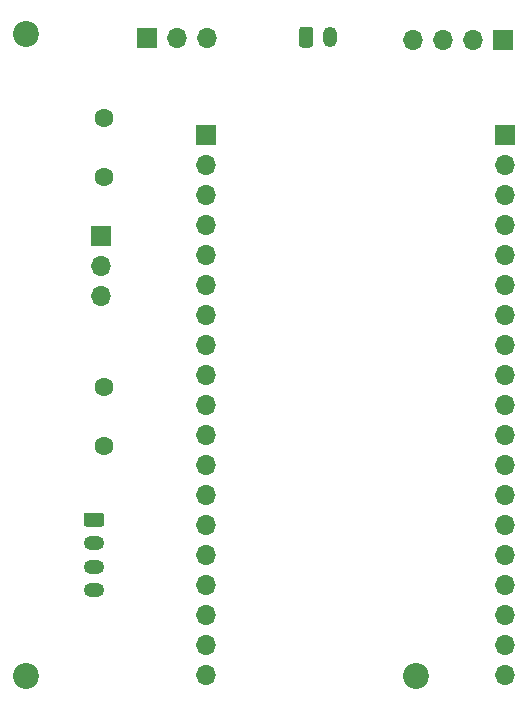
<source format=gbs>
G04 #@! TF.GenerationSoftware,KiCad,Pcbnew,5.1.10*
G04 #@! TF.CreationDate,2021-12-04T16:20:11-06:00*
G04 #@! TF.ProjectId,estacion-esp32,65737461-6369-46f6-9e2d-65737033322e,rev?*
G04 #@! TF.SameCoordinates,Original*
G04 #@! TF.FileFunction,Soldermask,Bot*
G04 #@! TF.FilePolarity,Negative*
%FSLAX46Y46*%
G04 Gerber Fmt 4.6, Leading zero omitted, Abs format (unit mm)*
G04 Created by KiCad (PCBNEW 5.1.10) date 2021-12-04 16:20:11*
%MOMM*%
%LPD*%
G01*
G04 APERTURE LIST*
%ADD10C,1.600000*%
%ADD11C,2.200000*%
%ADD12O,1.750000X1.200000*%
%ADD13O,1.700000X1.700000*%
%ADD14R,1.700000X1.700000*%
%ADD15O,1.200000X1.750000*%
G04 APERTURE END LIST*
D10*
X132130800Y-98370400D03*
X132130800Y-93370400D03*
D11*
X158496000Y-117856000D03*
X125476000Y-117856000D03*
X125552200Y-63500000D03*
D12*
X131267200Y-110597200D03*
X131267200Y-108597200D03*
X131267200Y-106597200D03*
G36*
G01*
X130642199Y-103997200D02*
X131892201Y-103997200D01*
G75*
G02*
X132142200Y-104247199I0J-249999D01*
G01*
X132142200Y-104947201D01*
G75*
G02*
X131892201Y-105197200I-249999J0D01*
G01*
X130642199Y-105197200D01*
G75*
G02*
X130392200Y-104947201I0J249999D01*
G01*
X130392200Y-104247199D01*
G75*
G02*
X130642199Y-103997200I249999J0D01*
G01*
G37*
D13*
X158292800Y-63957200D03*
X160832800Y-63957200D03*
X163372800Y-63957200D03*
D14*
X165912800Y-63957200D03*
D13*
X140779500Y-117792500D03*
X140779500Y-115252500D03*
X140779500Y-112712500D03*
X140779500Y-110172500D03*
X140779500Y-107632500D03*
X140779500Y-105092500D03*
X140779500Y-102552500D03*
X140779500Y-100012500D03*
X140779500Y-97472500D03*
X140779500Y-94932500D03*
X140779500Y-92392500D03*
X140779500Y-89852500D03*
X140779500Y-87312500D03*
X140779500Y-84772500D03*
X140779500Y-82232500D03*
X140779500Y-79692500D03*
X140779500Y-77152500D03*
X140779500Y-74612500D03*
D14*
X140779500Y-72072500D03*
X135763000Y-63817500D03*
D13*
X138303000Y-63817500D03*
X140843000Y-63817500D03*
G36*
G01*
X148625000Y-64379001D02*
X148625000Y-63128999D01*
G75*
G02*
X148874999Y-62879000I249999J0D01*
G01*
X149575001Y-62879000D01*
G75*
G02*
X149825000Y-63128999I0J-249999D01*
G01*
X149825000Y-64379001D01*
G75*
G02*
X149575001Y-64629000I-249999J0D01*
G01*
X148874999Y-64629000D01*
G75*
G02*
X148625000Y-64379001I0J249999D01*
G01*
G37*
D15*
X151225000Y-63754000D03*
D10*
X132130800Y-75590400D03*
X132130800Y-70590400D03*
D13*
X166052500Y-117792500D03*
X166052500Y-115252500D03*
X166052500Y-112712500D03*
X166052500Y-110172500D03*
X166052500Y-107632500D03*
X166052500Y-105092500D03*
X166052500Y-102552500D03*
X166052500Y-100012500D03*
X166052500Y-97472500D03*
X166052500Y-94932500D03*
X166052500Y-92392500D03*
X166052500Y-89852500D03*
X166052500Y-87312500D03*
X166052500Y-84772500D03*
X166052500Y-82232500D03*
X166052500Y-79692500D03*
X166052500Y-77152500D03*
X166052500Y-74612500D03*
D14*
X166052500Y-72072500D03*
D13*
X131826500Y-85661500D03*
X131826500Y-83121500D03*
D14*
X131826500Y-80581500D03*
M02*

</source>
